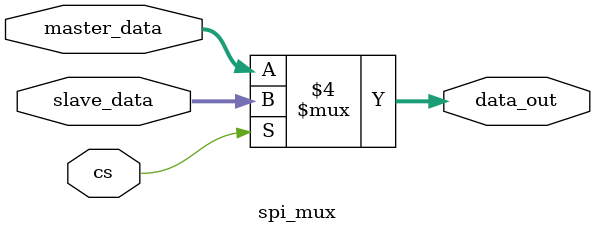
<source format=v>
module spi_mux(
    input wire cs,
    input wire [7:0] master_data,
    input wire [7:0] slave_data,
    output reg [7:0] data_out
);
    always @(*) begin
        if (cs == 0)
            data_out = master_data;
        else
            data_out = slave_data;
    end
endmodule

</source>
